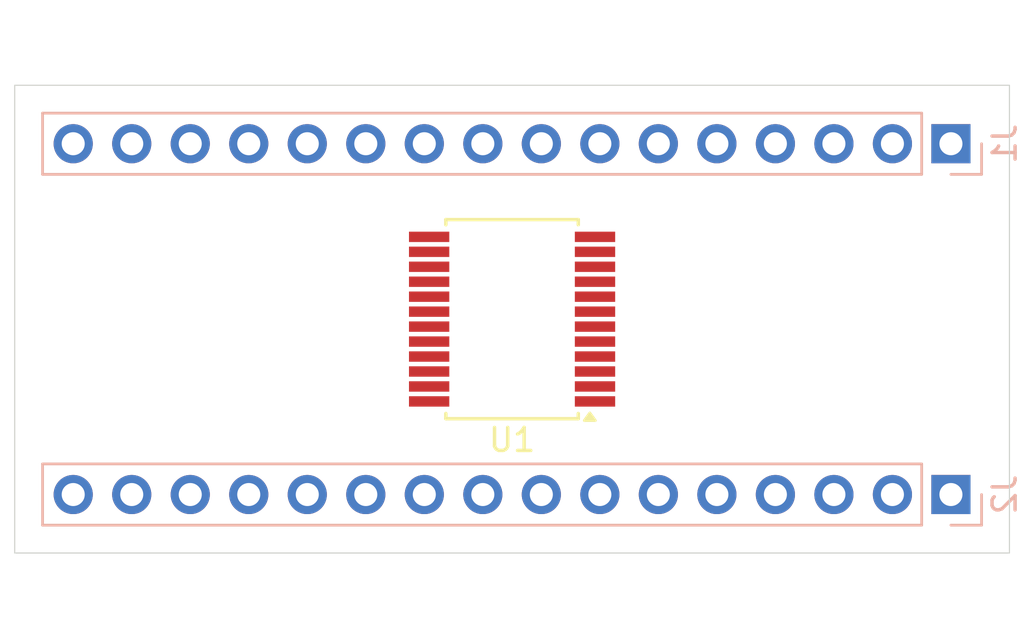
<source format=kicad_pcb>
(kicad_pcb (version 20240108) (generator "pcbnew") (generator_version "8.0")
  (layers (0 "F.Cu" signal) (31 "B.Cu" signal) (34 "B.Paste" user) (35 "F.Paste" user) (36 "B.SilkS" user "B.Silkscreen") (37 "F.SilkS" user "F.Silkscreen") (38 "B.Mask" user) (39 "F.Mask" user) (44 "Edge.Cuts" user))
  (net 0 "")
  (net 1 "Net-(J1-Pin_12)")
  (net 2 "Net-(J1-Pin_4)")
  (net 3 "Net-(J1-Pin_2)")
  (net 4 "Net-(J1-Pin_8)")
  (net 5 "Net-(J1-Pin_5)")
  (net 6 "Net-(J1-Pin_6)")
  (net 7 "Net-(J1-Pin_10)")
  (net 8 "Net-(J1-Pin_15)")
  (net 9 "Net-(J1-Pin_1)")
  (net 10 "Net-(J1-Pin_16)")
  (net 11 "Net-(J1-Pin_9)")
  (net 12 "Net-(J1-Pin_11)")
  (net 13 "Net-(J1-Pin_14)")
  (net 14 "Net-(J1-Pin_13)")
  (net 15 "Net-(J1-Pin_7)")
  (net 16 "Net-(J1-Pin_3)")
  (footprint "Package_SO:SSOP-24_5.3x8.2mm_P0.65mm" (layer "F.Cu") (at 158.75 68.58 180)
    (property "Reference" "U1" (at 0 -5.25 180) (layer "F.SilkS"))
    (property "Value" "PCF8575DBR")
    (fp_line (start 2.875 4.325) (end 2.875 4.1) (stroke (width 0.15)) (layer "F.SilkS"))
    (fp_line (start 2.875 -4.325) (end 2.875 -4.1) (stroke (width 0.15)) (layer "F.SilkS"))
    (fp_line (start -2.875 4.325) (end 2.875 4.325) (stroke (width 0.15)) (layer "F.SilkS"))
    (fp_line (start -2.875 4.325) (end -2.875 4.1) (stroke (width 0.15)) (layer "F.SilkS"))
    (fp_line (start -2.875 -4.325) (end 2.875 -4.325) (stroke (width 0.15)) (layer "F.SilkS"))
    (fp_line (start -2.875 -4.325) (end -2.875 -4.1) (stroke (width 0.15)) (layer "F.SilkS"))
    (fp_poly (pts (xy -3.375 -4.075) (xy -3.615 -4.405) (xy -3.135 -4.405) (xy -3.375 -4.075)) (stroke (width 0.12)) (fill solid) (layer "F.SilkS"))
    (pad "1" smd rect (at -3.6 -3.575 180) (size 1.75 0.45) (layers "F.Cu" "F.Paste" "F.Mask"))
    (pad "2" smd rect (at -3.6 -2.925 180) (size 1.75 0.45) (layers "F.Cu" "F.Paste" "F.Mask"))
    (pad "3" smd rect (at -3.6 -2.275 180) (size 1.75 0.45) (layers "F.Cu" "F.Paste" "F.Mask"))
    (pad "4" smd rect (at -3.6 -1.625 180) (size 1.75 0.45) (layers "F.Cu" "F.Paste" "F.Mask") (net 9 "Net-(J1-Pin_1)"))
    (pad "5" smd rect (at -3.6 -0.975 180) (size 1.75 0.45) (layers "F.Cu" "F.Paste" "F.Mask") (net 3 "Net-(J1-Pin_2)"))
    (pad "6" smd rect (at -3.6 -0.325 180) (size 1.75 0.45) (layers "F.Cu" "F.Paste" "F.Mask") (net 16 "Net-(J1-Pin_3)"))
    (pad "7" smd rect (at -3.6 0.325 180) (size 1.75 0.45) (layers "F.Cu" "F.Paste" "F.Mask") (net 2 "Net-(J1-Pin_4)"))
    (pad "8" smd rect (at -3.6 0.975 180) (size 1.75 0.45) (layers "F.Cu" "F.Paste" "F.Mask") (net 5 "Net-(J1-Pin_5)"))
    (pad "9" smd rect (at -3.6 1.625 180) (size 1.75 0.45) (layers "F.Cu" "F.Paste" "F.Mask") (net 6 "Net-(J1-Pin_6)"))
    (pad "10" smd rect (at -3.6 2.275 180) (size 1.75 0.45) (layers "F.Cu" "F.Paste" "F.Mask") (net 15 "Net-(J1-Pin_7)"))
    (pad "11" smd rect (at -3.6 2.925 180) (size 1.75 0.45) (layers "F.Cu" "F.Paste" "F.Mask") (net 4 "Net-(J1-Pin_8)"))
    (pad "12" smd rect (at -3.6 3.575 180) (size 1.75 0.45) (layers "F.Cu" "F.Paste" "F.Mask"))
    (pad "13" smd rect (at 3.6 3.575 180) (size 1.75 0.45) (layers "F.Cu" "F.Paste" "F.Mask") (net 11 "Net-(J1-Pin_9)"))
    (pad "14" smd rect (at 3.6 2.925 180) (size 1.75 0.45) (layers "F.Cu" "F.Paste" "F.Mask") (net 7 "Net-(J1-Pin_10)"))
    (pad "15" smd rect (at 3.6 2.275 180) (size 1.75 0.45) (layers "F.Cu" "F.Paste" "F.Mask") (net 12 "Net-(J1-Pin_11)"))
    (pad "16" smd rect (at 3.6 1.625 180) (size 1.75 0.45) (layers "F.Cu" "F.Paste" "F.Mask") (net 1 "Net-(J1-Pin_12)"))
    (pad "17" smd rect (at 3.6 0.975 180) (size 1.75 0.45) (layers "F.Cu" "F.Paste" "F.Mask") (net 14 "Net-(J1-Pin_13)"))
    (pad "18" smd rect (at 3.6 0.325 180) (size 1.75 0.45) (layers "F.Cu" "F.Paste" "F.Mask") (net 13 "Net-(J1-Pin_14)"))
    (pad "19" smd rect (at 3.6 -0.325 180) (size 1.75 0.45) (layers "F.Cu" "F.Paste" "F.Mask") (net 8 "Net-(J1-Pin_15)"))
    (pad "20" smd rect (at 3.6 -0.975 180) (size 1.75 0.45) (layers "F.Cu" "F.Paste" "F.Mask") (net 10 "Net-(J1-Pin_16)"))
    (pad "21" smd rect (at 3.6 -1.625 180) (size 1.75 0.45) (layers "F.Cu" "F.Paste" "F.Mask"))
    (pad "22" smd rect (at 3.6 -2.275 180) (size 1.75 0.45) (layers "F.Cu" "F.Paste" "F.Mask"))
    (pad "23" smd rect (at 3.6 -2.925 180) (size 1.75 0.45) (layers "F.Cu" "F.Paste" "F.Mask"))
    (pad "24" smd rect (at 3.6 -3.575 180) (size 1.75 0.45) (layers "F.Cu" "F.Paste" "F.Mask"))
  )
  (footprint "Connector_PinHeader_2.54mm:PinHeader_1x16_P2.54mm_Vertical" (layer "B.Cu") (at 177.8 76.2 90)
    (property "Reference" "J2" (at 0 2.33 90) (layer "B.SilkS") (effects (justify mirror)))
    (property "Value" "Conn_01x16_Pin")
    (fp_line (start 1.33 -39.43) (end -1.33 -39.43) (stroke (width 0.12)) (layer "B.SilkS"))
    (fp_line (start 1.33 -39.43) (end 1.33 -1.27) (stroke (width 0.12)) (layer "B.SilkS"))
    (fp_line (start -1.33 -39.43) (end -1.33 -1.27) (stroke (width 0.12)) (layer "B.SilkS"))
    (fp_line (start 1.33 -1.27) (end -1.33 -1.27) (stroke (width 0.12)) (layer "B.SilkS"))
    (fp_line (start 0 1.33) (end -1.33 1.33) (stroke (width 0.12)) (layer "B.SilkS"))
    (fp_line (start -1.33 1.33) (end -1.33 0) (stroke (width 0.12)) (layer "B.SilkS"))
    (pad "1" thru_hole rect (at 0 0 90) (size 1.7 1.7) (drill 1) (layers "*.Cu" "*.Mask"))
    (pad "2" thru_hole oval (at 0 -2.54 90) (size 1.7 1.7) (drill 1) (layers "*.Cu" "*.Mask"))
    (pad "3" thru_hole oval (at 0 -5.08 90) (size 1.7 1.7) (drill 1) (layers "*.Cu" "*.Mask"))
    (pad "4" thru_hole oval (at 0 -7.62 90) (size 1.7 1.7) (drill 1) (layers "*.Cu" "*.Mask"))
    (pad "5" thru_hole oval (at 0 -10.16 90) (size 1.7 1.7) (drill 1) (layers "*.Cu" "*.Mask"))
    (pad "6" thru_hole oval (at 0 -12.7 90) (size 1.7 1.7) (drill 1) (layers "*.Cu" "*.Mask"))
    (pad "7" thru_hole oval (at 0 -15.24 90) (size 1.7 1.7) (drill 1) (layers "*.Cu" "*.Mask"))
    (pad "8" thru_hole oval (at 0 -17.78 90) (size 1.7 1.7) (drill 1) (layers "*.Cu" "*.Mask"))
    (pad "9" thru_hole oval (at 0 -20.32 90) (size 1.7 1.7) (drill 1) (layers "*.Cu" "*.Mask"))
    (pad "10" thru_hole oval (at 0 -22.86 90) (size 1.7 1.7) (drill 1) (layers "*.Cu" "*.Mask"))
    (pad "11" thru_hole oval (at 0 -25.4 90) (size 1.7 1.7) (drill 1) (layers "*.Cu" "*.Mask"))
    (pad "12" thru_hole oval (at 0 -27.94 90) (size 1.7 1.7) (drill 1) (layers "*.Cu" "*.Mask"))
    (pad "13" thru_hole oval (at 0 -30.48 90) (size 1.7 1.7) (drill 1) (layers "*.Cu" "*.Mask"))
    (pad "14" thru_hole oval (at 0 -33.02 90) (size 1.7 1.7) (drill 1) (layers "*.Cu" "*.Mask"))
    (pad "15" thru_hole oval (at 0 -35.56 90) (size 1.7 1.7) (drill 1) (layers "*.Cu" "*.Mask"))
    (pad "16" thru_hole oval (at 0 -38.1 90) (size 1.7 1.7) (drill 1) (layers "*.Cu" "*.Mask"))
  )
  (footprint "Connector_PinHeader_2.54mm:PinHeader_1x16_P2.54mm_Vertical" (layer "B.Cu") (at 177.8 60.96 90)
    (property "Reference" "J1" (at 0 2.33 270) (layer "B.SilkS") (effects (justify mirror)))
    (property "Value" "Conn_01x16_Pin")
    (fp_line (start 1.33 -39.43) (end -1.33 -39.43) (stroke (width 0.12)) (layer "B.SilkS"))
    (fp_line (start 1.33 -39.43) (end 1.33 -1.27) (stroke (width 0.12)) (layer "B.SilkS"))
    (fp_line (start -1.33 -39.43) (end -1.33 -1.27) (stroke (width 0.12)) (layer "B.SilkS"))
    (fp_line (start 1.33 -1.27) (end -1.33 -1.27) (stroke (width 0.12)) (layer "B.SilkS"))
    (fp_line (start 0 1.33) (end -1.33 1.33) (stroke (width 0.12)) (layer "B.SilkS"))
    (fp_line (start -1.33 1.33) (end -1.33 0) (stroke (width 0.12)) (layer "B.SilkS"))
    (pad "1" thru_hole rect (at 0 0 90) (size 1.7 1.7) (drill 1) (layers "*.Cu" "*.Mask") (net 9 "Net-(J1-Pin_1)"))
    (pad "2" thru_hole oval (at 0 -2.54 90) (size 1.7 1.7) (drill 1) (layers "*.Cu" "*.Mask") (net 3 "Net-(J1-Pin_2)"))
    (pad "3" thru_hole oval (at 0 -5.08 90) (size 1.7 1.7) (drill 1) (layers "*.Cu" "*.Mask") (net 16 "Net-(J1-Pin_3)"))
    (pad "4" thru_hole oval (at 0 -7.62 90) (size 1.7 1.7) (drill 1) (layers "*.Cu" "*.Mask") (net 2 "Net-(J1-Pin_4)"))
    (pad "5" thru_hole oval (at 0 -10.16 90) (size 1.7 1.7) (drill 1) (layers "*.Cu" "*.Mask") (net 5 "Net-(J1-Pin_5)"))
    (pad "6" thru_hole oval (at 0 -12.7 90) (size 1.7 1.7) (drill 1) (layers "*.Cu" "*.Mask") (net 6 "Net-(J1-Pin_6)"))
    (pad "7" thru_hole oval (at 0 -15.24 90) (size 1.7 1.7) (drill 1) (layers "*.Cu" "*.Mask") (net 15 "Net-(J1-Pin_7)"))
    (pad "8" thru_hole oval (at 0 -17.78 90) (size 1.7 1.7) (drill 1) (layers "*.Cu" "*.Mask") (net 4 "Net-(J1-Pin_8)"))
    (pad "9" thru_hole oval (at 0 -20.32 90) (size 1.7 1.7) (drill 1) (layers "*.Cu" "*.Mask") (net 11 "Net-(J1-Pin_9)"))
    (pad "10" thru_hole oval (at 0 -22.86 90) (size 1.7 1.7) (drill 1) (layers "*.Cu" "*.Mask") (net 7 "Net-(J1-Pin_10)"))
    (pad "11" thru_hole oval (at 0 -25.4 90) (size 1.7 1.7) (drill 1) (layers "*.Cu" "*.Mask") (net 12 "Net-(J1-Pin_11)"))
    (pad "12" thru_hole oval (at 0 -27.94 90) (size 1.7 1.7) (drill 1) (layers "*.Cu" "*.Mask") (net 1 "Net-(J1-Pin_12)"))
    (pad "13" thru_hole oval (at 0 -30.48 90) (size 1.7 1.7) (drill 1) (layers "*.Cu" "*.Mask") (net 14 "Net-(J1-Pin_13)"))
    (pad "14" thru_hole oval (at 0 -33.02 90) (size 1.7 1.7) (drill 1) (layers "*.Cu" "*.Mask") (net 13 "Net-(J1-Pin_14)"))
    (pad "15" thru_hole oval (at 0 -35.56 90) (size 1.7 1.7) (drill 1) (layers "*.Cu" "*.Mask") (net 8 "Net-(J1-Pin_15)"))
    (pad "16" thru_hole oval (at 0 -38.1 90) (size 1.7 1.7) (drill 1) (layers "*.Cu" "*.Mask") (net 10 "Net-(J1-Pin_16)"))
  )
  (gr_rect (start 137.16 58.42) (end 180.34 78.74) (stroke (width 0.05)) (fill none) (layer "Edge.Cuts"))
  (segment (start 170.18 61.385) (end 170.18 60.96) (width 0.2) (layer "F.Cu") (net 2))
)
</source>
